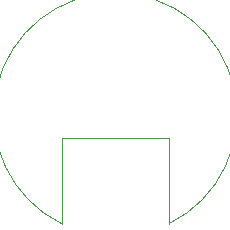
<source format=gm1>
G04 #@! TF.GenerationSoftware,KiCad,Pcbnew,(7.0.0)*
G04 #@! TF.CreationDate,2024-02-07T22:18:47+08:00*
G04 #@! TF.ProjectId,simple charger,73696d70-6c65-4206-9368-61726765722e,rev?*
G04 #@! TF.SameCoordinates,Original*
G04 #@! TF.FileFunction,Profile,NP*
%FSLAX46Y46*%
G04 Gerber Fmt 4.6, Leading zero omitted, Abs format (unit mm)*
G04 Created by KiCad (PCBNEW (7.0.0)) date 2024-02-07 22:18:47*
%MOMM*%
%LPD*%
G01*
G04 APERTURE LIST*
G04 #@! TA.AperFunction,Profile*
%ADD10C,0.100000*%
G04 #@! TD*
G04 APERTURE END LIST*
D10*
X104525000Y-109250000D02*
G75*
G03*
X95475000Y-109250000I-4525000J9250000D01*
G01*
X95475000Y-102000000D02*
X95475000Y-109250000D01*
X104525000Y-102000000D02*
X95475000Y-102000000D01*
X104525000Y-109250000D02*
X104525000Y-102000000D01*
M02*

</source>
